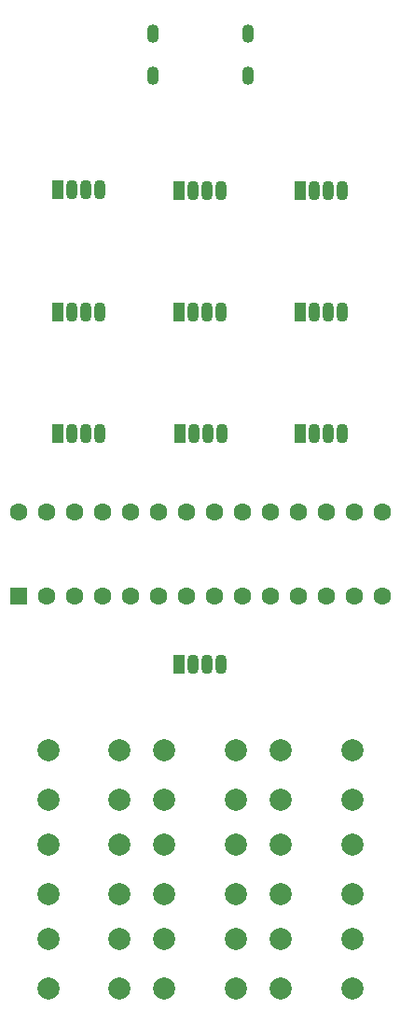
<source format=gbr>
%TF.GenerationSoftware,KiCad,Pcbnew,9.0.6*%
%TF.CreationDate,2025-12-09T19:02:22+01:00*%
%TF.ProjectId,tictactoe,74696374-6163-4746-9f65-2e6b69636164,rev?*%
%TF.SameCoordinates,Original*%
%TF.FileFunction,Soldermask,Bot*%
%TF.FilePolarity,Negative*%
%FSLAX46Y46*%
G04 Gerber Fmt 4.6, Leading zero omitted, Abs format (unit mm)*
G04 Created by KiCad (PCBNEW 9.0.6) date 2025-12-09 19:02:22*
%MOMM*%
%LPD*%
G01*
G04 APERTURE LIST*
G04 Aperture macros list*
%AMRoundRect*
0 Rectangle with rounded corners*
0 $1 Rounding radius*
0 $2 $3 $4 $5 $6 $7 $8 $9 X,Y pos of 4 corners*
0 Add a 4 corners polygon primitive as box body*
4,1,4,$2,$3,$4,$5,$6,$7,$8,$9,$2,$3,0*
0 Add four circle primitives for the rounded corners*
1,1,$1+$1,$2,$3*
1,1,$1+$1,$4,$5*
1,1,$1+$1,$6,$7*
1,1,$1+$1,$8,$9*
0 Add four rect primitives between the rounded corners*
20,1,$1+$1,$2,$3,$4,$5,0*
20,1,$1+$1,$4,$5,$6,$7,0*
20,1,$1+$1,$6,$7,$8,$9,0*
20,1,$1+$1,$8,$9,$2,$3,0*%
G04 Aperture macros list end*
%ADD10O,1.070000X1.800000*%
%ADD11R,1.070000X1.800000*%
%ADD12O,1.100000X1.700000*%
%ADD13RoundRect,0.250000X0.550000X-0.550000X0.550000X0.550000X-0.550000X0.550000X-0.550000X-0.550000X0*%
%ADD14C,1.600000*%
%ADD15C,2.000000*%
G04 APERTURE END LIST*
D10*
%TO.C,D7*%
X139385000Y-71585000D03*
X138115000Y-71585000D03*
X136845000Y-71585000D03*
D11*
X135575000Y-71585000D03*
%TD*%
D10*
%TO.C,D8*%
X150425000Y-71585000D03*
X149155000Y-71585000D03*
X147885000Y-71585000D03*
D11*
X146615000Y-71585000D03*
%TD*%
D10*
%TO.C,D9*%
X161405000Y-71585000D03*
X160135000Y-71585000D03*
X158865000Y-71585000D03*
D11*
X157595000Y-71585000D03*
%TD*%
D10*
%TO.C,D4*%
X161390000Y-60585000D03*
X160120000Y-60585000D03*
X158850000Y-60585000D03*
D11*
X157580000Y-60585000D03*
%TD*%
D10*
%TO.C,D2*%
X150385000Y-49585000D03*
X149115000Y-49585000D03*
X147845000Y-49585000D03*
D11*
X146575000Y-49585000D03*
%TD*%
D10*
%TO.C,D5*%
X150385000Y-60585000D03*
X149115000Y-60585000D03*
X147845000Y-60585000D03*
D11*
X146575000Y-60585000D03*
%TD*%
D10*
%TO.C,D3*%
X161385000Y-49585000D03*
X160115000Y-49585000D03*
X158845000Y-49585000D03*
D11*
X157575000Y-49585000D03*
%TD*%
D10*
%TO.C,D6*%
X139385000Y-60585000D03*
X138115000Y-60585000D03*
X136845000Y-60585000D03*
D11*
X135575000Y-60585000D03*
%TD*%
D12*
%TO.C,J1*%
X144170000Y-35400000D03*
X144170000Y-39200000D03*
X152810000Y-35400000D03*
X152810000Y-39200000D03*
%TD*%
D11*
%TO.C,D1*%
X135585000Y-49550000D03*
D10*
X136855000Y-49550000D03*
X138125000Y-49550000D03*
X139395000Y-49550000D03*
%TD*%
D13*
%TO.C,U1*%
X131980000Y-86355000D03*
D14*
X134520000Y-86355000D03*
X137060000Y-86355000D03*
X139600000Y-86355000D03*
X142140000Y-86355000D03*
X144680000Y-86355000D03*
X147220000Y-86355000D03*
X149760000Y-86355000D03*
X152300000Y-86355000D03*
X154840000Y-86355000D03*
X157380000Y-86355000D03*
X159920000Y-86355000D03*
X162460000Y-86355000D03*
X165000000Y-86355000D03*
X165000000Y-78735000D03*
X162460000Y-78735000D03*
X159920000Y-78735000D03*
X157380000Y-78735000D03*
X154840000Y-78735000D03*
X152300000Y-78735000D03*
X149760000Y-78735000D03*
X147220000Y-78735000D03*
X144680000Y-78735000D03*
X142140000Y-78735000D03*
X139600000Y-78735000D03*
X137060000Y-78735000D03*
X134520000Y-78735000D03*
X131980000Y-78735000D03*
%TD*%
D15*
%TO.C,SW9*%
X155790000Y-117415564D03*
X162290000Y-117415564D03*
X155790000Y-121915564D03*
X162290000Y-121915564D03*
%TD*%
%TO.C,SW8*%
X155790000Y-108865564D03*
X162290000Y-108865564D03*
X155790000Y-113365564D03*
X162290000Y-113365564D03*
%TD*%
%TO.C,SW7*%
X155790000Y-100315564D03*
X162290000Y-100315564D03*
X155790000Y-104815564D03*
X162290000Y-104815564D03*
%TD*%
%TO.C,SW6*%
X145240000Y-117415564D03*
X151740000Y-117415564D03*
X145240000Y-121915564D03*
X151740000Y-121915564D03*
%TD*%
%TO.C,SW5*%
X145240000Y-108865564D03*
X151740000Y-108865564D03*
X145240000Y-113365564D03*
X151740000Y-113365564D03*
%TD*%
%TO.C,SW4*%
X145240000Y-100315564D03*
X151740000Y-100315564D03*
X145240000Y-104815564D03*
X151740000Y-104815564D03*
%TD*%
%TO.C,SW3*%
X134690000Y-117415564D03*
X141190000Y-117415564D03*
X134690000Y-121915564D03*
X141190000Y-121915564D03*
%TD*%
%TO.C,SW2*%
X134690000Y-108865564D03*
X141190000Y-108865564D03*
X134690000Y-113365564D03*
X141190000Y-113365564D03*
%TD*%
%TO.C,SW1*%
X134690000Y-100315564D03*
X141190000Y-100315564D03*
X134690000Y-104815564D03*
X141190000Y-104815564D03*
%TD*%
D11*
%TO.C,D10*%
X146585000Y-92550000D03*
D10*
X147855000Y-92550000D03*
X149125000Y-92550000D03*
X150395000Y-92550000D03*
%TD*%
M02*

</source>
